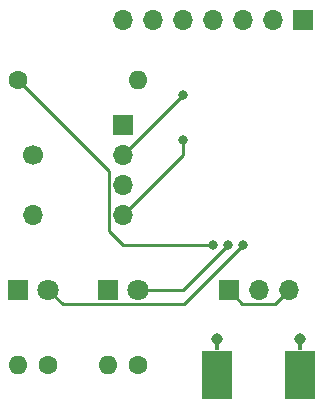
<source format=gbr>
%TF.GenerationSoftware,KiCad,Pcbnew,(6.0.5)*%
%TF.CreationDate,2022-08-05T22:50:17+10:00*%
%TF.ProjectId,stm8_target,73746d38-5f74-4617-9267-65742e6b6963,rev?*%
%TF.SameCoordinates,Original*%
%TF.FileFunction,Copper,L2,Bot*%
%TF.FilePolarity,Positive*%
%FSLAX46Y46*%
G04 Gerber Fmt 4.6, Leading zero omitted, Abs format (unit mm)*
G04 Created by KiCad (PCBNEW (6.0.5)) date 2022-08-05 22:50:17*
%MOMM*%
%LPD*%
G01*
G04 APERTURE LIST*
%TA.AperFunction,ComponentPad*%
%ADD10C,1.600000*%
%TD*%
%TA.AperFunction,ComponentPad*%
%ADD11O,1.600000X1.600000*%
%TD*%
%TA.AperFunction,ComponentPad*%
%ADD12R,1.800000X1.800000*%
%TD*%
%TA.AperFunction,ComponentPad*%
%ADD13C,1.800000*%
%TD*%
%TA.AperFunction,ComponentPad*%
%ADD14R,1.700000X1.700000*%
%TD*%
%TA.AperFunction,ComponentPad*%
%ADD15O,1.700000X1.700000*%
%TD*%
%TA.AperFunction,SMDPad,CuDef*%
%ADD16R,0.460000X0.890000*%
%TD*%
%TA.AperFunction,ComponentPad*%
%ADD17C,0.970000*%
%TD*%
%TA.AperFunction,SMDPad,CuDef*%
%ADD18R,2.665000X4.190000*%
%TD*%
%TA.AperFunction,ComponentPad*%
%ADD19C,1.700000*%
%TD*%
%TA.AperFunction,ViaPad*%
%ADD20C,0.800000*%
%TD*%
%TA.AperFunction,Conductor*%
%ADD21C,0.250000*%
%TD*%
G04 APERTURE END LIST*
D10*
%TO.P,R3,1*%
%TO.N,GND*%
X76200000Y-110490000D03*
D11*
%TO.P,R3,2*%
%TO.N,Net-(D2-Pad1)*%
X73660000Y-110490000D03*
%TD*%
D10*
%TO.P,R2,1*%
%TO.N,GND*%
X83820000Y-110490000D03*
D11*
%TO.P,R2,2*%
%TO.N,Net-(D1-Pad1)*%
X81280000Y-110490000D03*
%TD*%
D12*
%TO.P,D2,1,K*%
%TO.N,Net-(D2-Pad1)*%
X73660000Y-104140000D03*
D13*
%TO.P,D2,2,A*%
%TO.N,PD1*%
X76200000Y-104140000D03*
%TD*%
D12*
%TO.P,D1,1,K*%
%TO.N,Net-(D1-Pad1)*%
X81280000Y-104140000D03*
D13*
%TO.P,D1,2,A*%
%TO.N,PD0*%
X83820000Y-104140000D03*
%TD*%
D14*
%TO.P,J4,1,Pin_1*%
%TO.N,GND*%
X91455000Y-104140000D03*
D15*
%TO.P,J4,2,Pin_2*%
%TO.N,VCC*%
X93995000Y-104140000D03*
%TO.P,J4,3,Pin_3*%
%TO.N,GND*%
X96535000Y-104140000D03*
%TD*%
D10*
%TO.P,R1,1*%
%TO.N,VCC*%
X73660000Y-86360000D03*
D11*
%TO.P,R1,2*%
%TO.N,RESET*%
X83820000Y-86360000D03*
%TD*%
D14*
%TO.P,J1,1,Pin_1*%
%TO.N,VCC*%
X82550000Y-90170000D03*
D15*
%TO.P,J1,2,Pin_2*%
%TO.N,SWIM*%
X82550000Y-92710000D03*
%TO.P,J1,3,Pin_3*%
%TO.N,GND*%
X82550000Y-95250000D03*
%TO.P,J1,4,Pin_4*%
%TO.N,RESET*%
X82550000Y-97790000D03*
%TD*%
D16*
%TO.P,J3,2,Ext*%
%TO.N,GND*%
X90487500Y-108765000D03*
D17*
X97472500Y-108320000D03*
D18*
X90487500Y-111305000D03*
D16*
X97472500Y-108765000D03*
D17*
X90487500Y-108320000D03*
D18*
X97472500Y-111305000D03*
%TD*%
D19*
%TO.P,SW1,1*%
%TO.N,GND*%
X74930000Y-92725000D03*
D15*
%TO.P,SW1,2*%
%TO.N,RESET*%
X74930000Y-97805000D03*
%TD*%
D14*
%TO.P,J2,1,Pin_1*%
%TO.N,Net-(J2-Pad1)*%
X97795000Y-81280000D03*
D15*
%TO.P,J2,2,Pin_2*%
%TO.N,Net-(J2-Pad2)*%
X95255000Y-81280000D03*
%TO.P,J2,3,Pin_3*%
%TO.N,Net-(J2-Pad3)*%
X92715000Y-81280000D03*
%TO.P,J2,4,Pin_4*%
%TO.N,Net-(J2-Pad4)*%
X90175000Y-81280000D03*
%TO.P,J2,5,Pin_5*%
%TO.N,Net-(J2-Pad5)*%
X87635000Y-81280000D03*
%TO.P,J2,6,Pin_6*%
%TO.N,Net-(J2-Pad6)*%
X85095000Y-81280000D03*
%TO.P,J2,7,Pin_7*%
%TO.N,Net-(J2-Pad7)*%
X82555000Y-81280000D03*
%TD*%
D20*
%TO.N,PD1*%
X92710000Y-100330000D03*
%TO.N,PD0*%
X91440000Y-100330000D03*
%TO.N,VCC*%
X90170000Y-100330000D03*
%TO.N,SWIM*%
X87630000Y-87630000D03*
%TO.N,RESET*%
X87630000Y-91440000D03*
%TD*%
D21*
%TO.N,PD1*%
X87675489Y-105364511D02*
X77424511Y-105364511D01*
X92710000Y-100330000D02*
X87675489Y-105364511D01*
X77424511Y-105364511D02*
X76200000Y-104140000D01*
%TO.N,PD0*%
X87630000Y-104140000D02*
X83820000Y-104140000D01*
X91440000Y-100330000D02*
X87630000Y-104140000D01*
%TO.N,VCC*%
X82550000Y-100330000D02*
X90170000Y-100330000D01*
X73660000Y-86360000D02*
X81375489Y-94075489D01*
X81375489Y-94075489D02*
X81375489Y-99155489D01*
X81375489Y-99155489D02*
X82550000Y-100330000D01*
%TO.N,SWIM*%
X87630000Y-87630000D02*
X82550000Y-92710000D01*
%TO.N,GND*%
X95360489Y-105314511D02*
X96535000Y-104140000D01*
X92629511Y-105314511D02*
X95360489Y-105314511D01*
X91455000Y-104140000D02*
X92629511Y-105314511D01*
%TO.N,RESET*%
X82550000Y-97790000D02*
X87630000Y-92710000D01*
X87630000Y-92710000D02*
X87630000Y-91440000D01*
%TD*%
M02*

</source>
